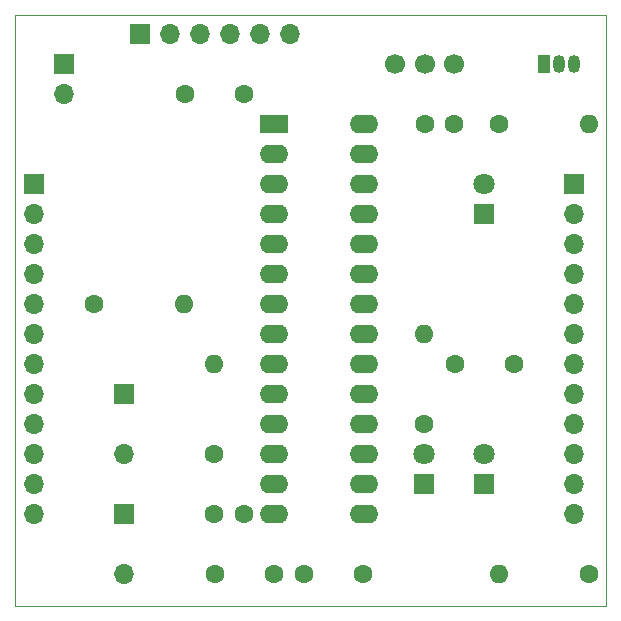
<source format=gbr>
%TF.GenerationSoftware,KiCad,Pcbnew,7.0.1*%
%TF.CreationDate,2023-04-22T15:39:36-05:00*%
%TF.ProjectId,HW4,4857342e-6b69-4636-9164-5f7063625858,rev?*%
%TF.SameCoordinates,Original*%
%TF.FileFunction,Soldermask,Bot*%
%TF.FilePolarity,Negative*%
%FSLAX46Y46*%
G04 Gerber Fmt 4.6, Leading zero omitted, Abs format (unit mm)*
G04 Created by KiCad (PCBNEW 7.0.1) date 2023-04-22 15:39:36*
%MOMM*%
%LPD*%
G01*
G04 APERTURE LIST*
%ADD10C,1.600000*%
%ADD11O,1.600000X1.600000*%
%ADD12R,1.700000X1.700000*%
%ADD13O,1.700000X1.700000*%
%ADD14R,1.800000X1.800000*%
%ADD15C,1.800000*%
%ADD16R,1.050000X1.500000*%
%ADD17O,1.050000X1.500000*%
%ADD18C,1.700000*%
%ADD19R,2.400000X1.600000*%
%ADD20O,2.400000X1.600000*%
%TA.AperFunction,Profile*%
%ADD21C,0.100000*%
%TD*%
G04 APERTURE END LIST*
D10*
%TO.C,R5*%
X106680000Y-124460000D03*
D11*
X114300000Y-124460000D03*
%TD*%
D10*
%TO.C,R3*%
X134620000Y-134620000D03*
D11*
X134620000Y-127000000D03*
%TD*%
D12*
%TO.C,J1*%
X110515000Y-101575000D03*
D13*
X113055000Y-101575000D03*
X115595000Y-101575000D03*
X118135000Y-101575000D03*
X120675000Y-101575000D03*
X123215000Y-101575000D03*
%TD*%
D10*
%TO.C,C6*%
X124460000Y-147320000D03*
X129460000Y-147320000D03*
%TD*%
%TO.C,C1*%
X116920000Y-147320000D03*
X121920000Y-147320000D03*
%TD*%
%TO.C,R1*%
X140970000Y-109220000D03*
D11*
X148590000Y-109220000D03*
%TD*%
D12*
%TO.C,SW2*%
X109220000Y-142240000D03*
D13*
X109220000Y-147320000D03*
%TD*%
D14*
%TO.C,D2*%
X139700000Y-139700000D03*
D15*
X139700000Y-137160000D03*
%TD*%
D10*
%TO.C,C5*%
X134660000Y-109220000D03*
X137160000Y-109220000D03*
%TD*%
D16*
%TO.C,U2*%
X144780000Y-104140000D03*
D17*
X146050000Y-104140000D03*
X147320000Y-104140000D03*
%TD*%
D14*
%TO.C,D1*%
X134620000Y-139700000D03*
D15*
X134620000Y-137160000D03*
%TD*%
D12*
%TO.C,J4*%
X147320000Y-114300000D03*
D13*
X147320000Y-116840000D03*
X147320000Y-119380000D03*
X147320000Y-121920000D03*
X147320000Y-124460000D03*
X147320000Y-127000000D03*
X147320000Y-129540000D03*
X147320000Y-132080000D03*
X147320000Y-134620000D03*
X147320000Y-137160000D03*
X147320000Y-139700000D03*
X147320000Y-142240000D03*
%TD*%
D12*
%TO.C,J3*%
X101600000Y-114300000D03*
D13*
X101600000Y-116840000D03*
X101600000Y-119380000D03*
X101600000Y-121920000D03*
X101600000Y-124460000D03*
X101600000Y-127000000D03*
X101600000Y-129540000D03*
X101600000Y-132080000D03*
X101600000Y-134620000D03*
X101600000Y-137160000D03*
X101600000Y-139700000D03*
X101600000Y-142240000D03*
%TD*%
D10*
%TO.C,R2*%
X148590000Y-147320000D03*
D11*
X140970000Y-147320000D03*
%TD*%
D10*
%TO.C,C3*%
X116840000Y-142240000D03*
X119340000Y-142240000D03*
%TD*%
%TO.C,R4*%
X116840000Y-137160000D03*
D11*
X116840000Y-129540000D03*
%TD*%
D18*
%TO.C,S2*%
X132160000Y-104140000D03*
X134660000Y-104140000D03*
X137160000Y-104140000D03*
%TD*%
D10*
%TO.C,C4*%
X137240000Y-129540000D03*
X142240000Y-129540000D03*
%TD*%
D12*
%TO.C,J2*%
X104140000Y-104140000D03*
D13*
X104140000Y-106680000D03*
%TD*%
D12*
%TO.C,SW1*%
X109220000Y-132080000D03*
D13*
X109220000Y-137160000D03*
%TD*%
D14*
%TO.C,D3*%
X139700000Y-116840000D03*
D15*
X139700000Y-114300000D03*
%TD*%
D19*
%TO.C,U3*%
X121920000Y-109220000D03*
D20*
X121920000Y-111760000D03*
X121920000Y-114300000D03*
X121920000Y-116840000D03*
X121920000Y-119380000D03*
X121920000Y-121920000D03*
X121920000Y-124460000D03*
X121920000Y-127000000D03*
X121920000Y-129540000D03*
X121920000Y-132080000D03*
X121920000Y-134620000D03*
X121920000Y-137160000D03*
X121920000Y-139700000D03*
X121920000Y-142240000D03*
X129540000Y-142240000D03*
X129540000Y-139700000D03*
X129540000Y-137160000D03*
X129540000Y-134620000D03*
X129540000Y-132080000D03*
X129540000Y-129540000D03*
X129540000Y-127000000D03*
X129540000Y-124460000D03*
X129540000Y-121920000D03*
X129540000Y-119380000D03*
X129540000Y-116840000D03*
X129540000Y-114300000D03*
X129540000Y-111760000D03*
X129540000Y-109220000D03*
%TD*%
D10*
%TO.C,C2*%
X114380000Y-106680000D03*
X119380000Y-106680000D03*
%TD*%
D21*
X150000000Y-150000000D02*
X150000000Y-100000000D01*
X150000000Y-100000000D02*
X100000000Y-100000000D01*
X100000000Y-100000000D02*
X100000000Y-150000000D01*
X100000000Y-150000000D02*
X150000000Y-150000000D01*
M02*

</source>
